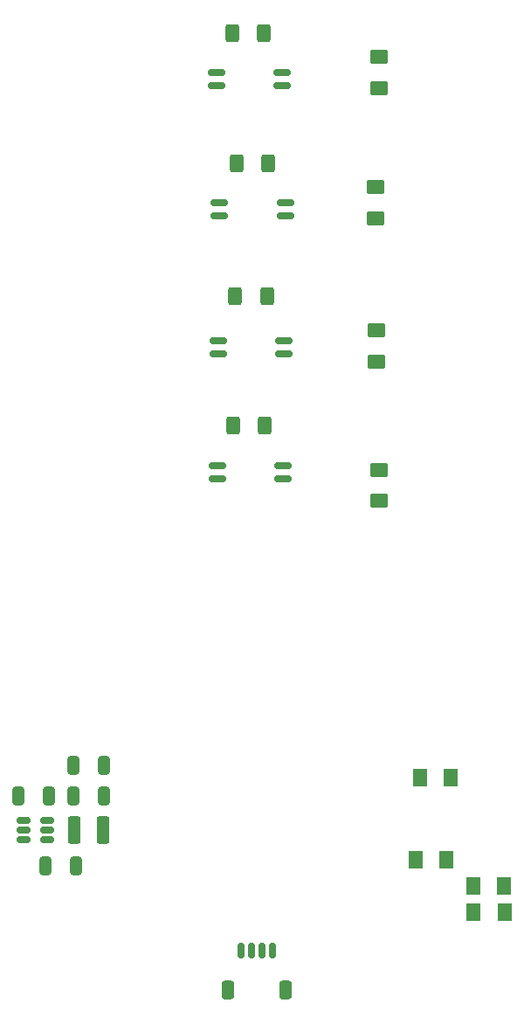
<source format=gbr>
%TF.GenerationSoftware,KiCad,Pcbnew,8.0.5*%
%TF.CreationDate,2024-09-29T21:47:55-04:00*%
%TF.ProjectId,BREAD_Slice,42524541-445f-4536-9c69-63652e6b6963,rev?*%
%TF.SameCoordinates,PX74eba40PY8552dc0*%
%TF.FileFunction,Paste,Bot*%
%TF.FilePolarity,Positive*%
%FSLAX46Y46*%
G04 Gerber Fmt 4.6, Leading zero omitted, Abs format (unit mm)*
G04 Created by KiCad (PCBNEW 8.0.5) date 2024-09-29 21:47:55*
%MOMM*%
%LPD*%
G01*
G04 APERTURE LIST*
G04 Aperture macros list*
%AMRoundRect*
0 Rectangle with rounded corners*
0 $1 Rounding radius*
0 $2 $3 $4 $5 $6 $7 $8 $9 X,Y pos of 4 corners*
0 Add a 4 corners polygon primitive as box body*
4,1,4,$2,$3,$4,$5,$6,$7,$8,$9,$2,$3,0*
0 Add four circle primitives for the rounded corners*
1,1,$1+$1,$2,$3*
1,1,$1+$1,$4,$5*
1,1,$1+$1,$6,$7*
1,1,$1+$1,$8,$9*
0 Add four rect primitives between the rounded corners*
20,1,$1+$1,$2,$3,$4,$5,0*
20,1,$1+$1,$4,$5,$6,$7,0*
20,1,$1+$1,$6,$7,$8,$9,0*
20,1,$1+$1,$8,$9,$2,$3,0*%
G04 Aperture macros list end*
%ADD10RoundRect,0.250001X0.462499X0.624999X-0.462499X0.624999X-0.462499X-0.624999X0.462499X-0.624999X0*%
%ADD11RoundRect,0.150000X-0.662500X-0.150000X0.662500X-0.150000X0.662500X0.150000X-0.662500X0.150000X0*%
%ADD12RoundRect,0.150000X0.150000X0.625000X-0.150000X0.625000X-0.150000X-0.625000X0.150000X-0.625000X0*%
%ADD13RoundRect,0.250000X0.350000X0.650000X-0.350000X0.650000X-0.350000X-0.650000X0.350000X-0.650000X0*%
%ADD14RoundRect,0.250000X0.325000X0.650000X-0.325000X0.650000X-0.325000X-0.650000X0.325000X-0.650000X0*%
%ADD15RoundRect,0.250001X-0.624999X0.462499X-0.624999X-0.462499X0.624999X-0.462499X0.624999X0.462499X0*%
%ADD16RoundRect,0.150000X-0.512500X-0.150000X0.512500X-0.150000X0.512500X0.150000X-0.512500X0.150000X0*%
%ADD17RoundRect,0.250000X-0.400000X-0.625000X0.400000X-0.625000X0.400000X0.625000X-0.400000X0.625000X0*%
%ADD18RoundRect,0.250000X-0.325000X-0.650000X0.325000X-0.650000X0.325000X0.650000X-0.325000X0.650000X0*%
%ADD19RoundRect,0.250001X-0.462499X-0.624999X0.462499X-0.624999X0.462499X0.624999X-0.462499X0.624999X0*%
%ADD20RoundRect,0.250000X-0.375000X-1.075000X0.375000X-1.075000X0.375000X1.075000X-0.375000X1.075000X0*%
G04 APERTURE END LIST*
D10*
%TO.C,D5*%
X46387500Y22100000D03*
X43412500Y22100000D03*
%TD*%
D11*
%TO.C,U3*%
X23966500Y76580000D03*
X23966500Y77850000D03*
X30341500Y77850000D03*
X30341500Y76580000D03*
%TD*%
D10*
%TO.C,D2*%
X51587500Y9100000D03*
X48612500Y9100000D03*
%TD*%
D11*
%TO.C,U4*%
X23839500Y63202000D03*
X23839500Y64472000D03*
X30214500Y64472000D03*
X30214500Y63202000D03*
%TD*%
D12*
%TO.C,J1*%
X29098000Y5400000D03*
X28098000Y5400000D03*
X27098000Y5400000D03*
X26098000Y5400000D03*
D13*
X30398000Y1525000D03*
X24798000Y1525000D03*
%TD*%
D11*
%TO.C,U2*%
X23677500Y89194000D03*
X23677500Y90464000D03*
X30052500Y90464000D03*
X30052500Y89194000D03*
%TD*%
D14*
%TO.C,C1*%
X7425000Y20345000D03*
X4475000Y20345000D03*
%TD*%
D15*
%TO.C,D8*%
X39219000Y65451500D03*
X39219000Y62476500D03*
%TD*%
%TO.C,D9*%
X39408000Y51911500D03*
X39408000Y48936500D03*
%TD*%
D16*
%TO.C,U1*%
X5012500Y16095000D03*
X5012500Y17045000D03*
X5012500Y17995000D03*
X7287500Y17995000D03*
X7287500Y17045000D03*
X7287500Y16095000D03*
%TD*%
D10*
%TO.C,D3*%
X45987500Y14200000D03*
X43012500Y14200000D03*
%TD*%
D17*
%TO.C,R2*%
X25604000Y81660000D03*
X28704000Y81660000D03*
%TD*%
%TO.C,R3*%
X25477000Y68790000D03*
X28577000Y68790000D03*
%TD*%
D15*
%TO.C,D7*%
X39092000Y79337500D03*
X39092000Y76362500D03*
%TD*%
D14*
%TO.C,C2*%
X10025000Y13545000D03*
X7075000Y13545000D03*
%TD*%
D15*
%TO.C,D6*%
X39438000Y91951500D03*
X39438000Y88976500D03*
%TD*%
D18*
%TO.C,C3*%
X9775000Y20345000D03*
X12725000Y20345000D03*
%TD*%
D17*
%TO.C,R4*%
X25285000Y56266000D03*
X28385000Y56266000D03*
%TD*%
D18*
%TO.C,C4*%
X9775000Y23345000D03*
X12725000Y23345000D03*
%TD*%
D11*
%TO.C,U5*%
X23774500Y51059000D03*
X23774500Y52329000D03*
X30149500Y52329000D03*
X30149500Y51059000D03*
%TD*%
D19*
%TO.C,D4*%
X48575000Y11650000D03*
X51550000Y11650000D03*
%TD*%
D20*
%TO.C,L1*%
X9850000Y17045000D03*
X12650000Y17045000D03*
%TD*%
D17*
%TO.C,R1*%
X25188000Y94274000D03*
X28288000Y94274000D03*
%TD*%
M02*

</source>
